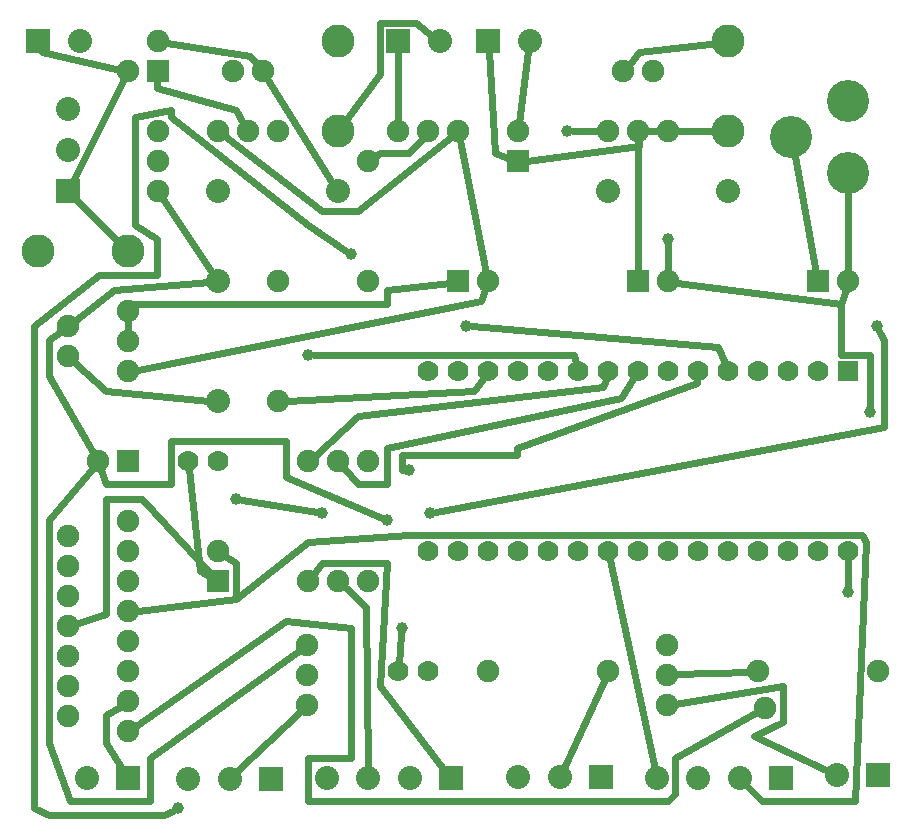
<source format=gbl>
G04 MADE WITH FRITZING*
G04 WWW.FRITZING.ORG*
G04 DOUBLE SIDED*
G04 HOLES PLATED*
G04 CONTOUR ON CENTER OF CONTOUR VECTOR*
%ASAXBY*%
%FSLAX23Y23*%
%MOIN*%
%OFA0B0*%
%SFA1.0B1.0*%
%ADD10C,0.039370*%
%ADD11C,0.075000*%
%ADD12C,0.110236*%
%ADD13C,0.074803*%
%ADD14C,0.080000*%
%ADD15C,0.082000*%
%ADD16C,0.140000*%
%ADD17C,0.070000*%
%ADD18R,0.075000X0.075000*%
%ADD19R,0.082000X0.082000*%
%ADD20R,0.080000X0.080000*%
%ADD21R,0.070000X0.069972*%
%ADD22C,0.024000*%
%LNCOPPER0*%
G90*
G70*
G54D10*
X1332Y652D03*
X1284Y1012D03*
X1020Y1564D03*
X780Y1084D03*
X1068Y1036D03*
X1356Y1180D03*
X2220Y1948D03*
X1884Y2308D03*
X2820Y772D03*
X2892Y1372D03*
X588Y52D03*
X1164Y1900D03*
X1548Y1660D03*
X2916Y1660D03*
X1428Y1036D03*
G54D11*
X1017Y597D03*
X1017Y497D03*
X1017Y397D03*
G54D12*
X2421Y2608D03*
X1121Y2608D03*
X121Y1908D03*
X421Y1908D03*
X1121Y2308D03*
X2421Y2308D03*
G54D13*
X2071Y2508D03*
X2171Y2508D03*
X2021Y2308D03*
X2121Y2308D03*
X2221Y2308D03*
G54D14*
X2021Y2108D03*
X2421Y2108D03*
G54D11*
X1721Y2208D03*
X1721Y2308D03*
X2721Y1808D03*
X2821Y1808D03*
G54D15*
X2421Y2608D03*
X2421Y2310D03*
G54D16*
X2821Y2168D03*
X2821Y2408D03*
X2631Y2288D03*
G54D14*
X1621Y2608D03*
X1759Y2608D03*
G54D11*
X1521Y2308D03*
X1421Y2308D03*
X1321Y2308D03*
G54D14*
X1321Y2608D03*
X1459Y2608D03*
G54D17*
X2821Y1508D03*
X2721Y1508D03*
X2621Y1508D03*
X2521Y1508D03*
X2421Y1508D03*
X2321Y1508D03*
X2221Y1508D03*
X2121Y1508D03*
X2021Y1508D03*
X1921Y1508D03*
X1821Y1508D03*
X1721Y1508D03*
X1621Y1508D03*
X1521Y1508D03*
X1421Y1508D03*
X2821Y908D03*
X2721Y908D03*
X2621Y908D03*
X2521Y908D03*
X2421Y908D03*
X2321Y908D03*
X2221Y908D03*
X2121Y908D03*
X2021Y908D03*
X1921Y908D03*
X1821Y908D03*
X1721Y908D03*
X1621Y908D03*
X1521Y908D03*
X1421Y908D03*
G54D11*
X1221Y1808D03*
X1221Y2208D03*
G54D15*
X121Y1908D03*
X419Y1908D03*
X1121Y2608D03*
X1121Y2310D03*
G54D13*
X221Y1558D03*
X221Y1658D03*
X421Y1508D03*
X421Y1608D03*
X421Y1708D03*
X771Y2508D03*
X871Y2508D03*
X721Y2308D03*
X821Y2308D03*
X921Y2308D03*
G54D14*
X721Y1408D03*
X721Y1808D03*
X721Y2108D03*
X1121Y2108D03*
G54D11*
X421Y1208D03*
X321Y1208D03*
X521Y2508D03*
X521Y2608D03*
X1521Y1808D03*
X1621Y1808D03*
X2121Y1808D03*
X2221Y1808D03*
G54D14*
X2596Y152D03*
X2459Y152D03*
X2321Y152D03*
X2183Y152D03*
X121Y2608D03*
X259Y2608D03*
G54D13*
X221Y358D03*
X221Y458D03*
X221Y558D03*
X221Y658D03*
X221Y758D03*
X221Y858D03*
X221Y958D03*
X421Y308D03*
X421Y408D03*
X421Y508D03*
X421Y608D03*
X421Y708D03*
X421Y808D03*
X421Y908D03*
X421Y1008D03*
G54D14*
X421Y152D03*
X283Y152D03*
G54D11*
X421Y2508D03*
X2542Y386D03*
X421Y2508D03*
X2542Y386D03*
G54D17*
X621Y1208D03*
X721Y1208D03*
G54D11*
X721Y808D03*
X721Y908D03*
X1221Y808D03*
X1221Y1208D03*
X1121Y808D03*
X1121Y1208D03*
X1021Y808D03*
X1021Y1208D03*
G54D14*
X1496Y152D03*
X1359Y152D03*
X1221Y152D03*
X1083Y152D03*
X1996Y157D03*
X1859Y157D03*
X1721Y157D03*
G54D11*
X2021Y508D03*
X1621Y508D03*
G54D17*
X1321Y508D03*
X1421Y508D03*
G54D11*
X521Y2108D03*
X521Y2208D03*
X521Y2308D03*
X2217Y597D03*
X2217Y497D03*
X2217Y397D03*
G54D14*
X2921Y162D03*
X2783Y162D03*
X221Y2108D03*
X221Y2245D03*
X221Y2383D03*
G54D11*
X921Y1408D03*
X921Y1808D03*
X2921Y508D03*
X2521Y508D03*
G54D14*
X896Y151D03*
X759Y151D03*
X621Y151D03*
G54D18*
X1721Y2208D03*
X2721Y1808D03*
G54D19*
X2421Y2609D03*
G54D20*
X1621Y2608D03*
X1321Y2608D03*
G54D21*
X2821Y1508D03*
G54D19*
X120Y1908D03*
X1121Y2609D03*
G54D18*
X421Y1208D03*
X521Y2508D03*
X1521Y1808D03*
X2121Y1808D03*
G54D20*
X2596Y152D03*
X121Y2608D03*
X421Y152D03*
G54D18*
X721Y808D03*
G54D20*
X1496Y152D03*
X1996Y157D03*
X2921Y162D03*
X221Y2108D03*
X896Y151D03*
G54D22*
X1148Y2345D02*
X1260Y2500D01*
X1260Y2500D02*
X1260Y2668D01*
X1260Y2668D02*
X1380Y2668D01*
X1380Y2668D02*
X1434Y2627D01*
D02*
X2245Y498D02*
X2492Y507D01*
D02*
X404Y178D02*
X348Y268D01*
D02*
X348Y268D02*
X348Y364D01*
D02*
X348Y364D02*
X393Y391D01*
D02*
X1872Y185D02*
X2009Y482D01*
D02*
X1402Y2286D02*
X1356Y2236D01*
X1356Y2236D02*
X1260Y2236D01*
X1260Y2236D02*
X1244Y2224D01*
D02*
X781Y173D02*
X996Y377D01*
D02*
X1603Y1484D02*
X1572Y1444D01*
X1572Y1444D02*
X949Y1409D01*
D02*
X1220Y183D02*
X1212Y724D01*
X1212Y724D02*
X1142Y788D01*
D02*
X2517Y372D02*
X2244Y220D01*
X2244Y220D02*
X2244Y100D01*
X2244Y100D02*
X2220Y76D01*
X2220Y76D02*
X1020Y76D01*
X1020Y76D02*
X1020Y220D01*
X1020Y220D02*
X1164Y220D01*
X1164Y220D02*
X1164Y652D01*
X1164Y652D02*
X948Y676D01*
D02*
X948Y676D02*
X448Y326D01*
D02*
X1321Y2576D02*
X1321Y2336D01*
D02*
X2245Y401D02*
X2604Y460D01*
X2604Y460D02*
X2604Y340D01*
X2604Y340D02*
X2508Y292D01*
X2508Y292D02*
X2755Y175D01*
D02*
X1492Y1804D02*
X1284Y1780D01*
X1284Y1780D02*
X1284Y1732D01*
X1284Y1732D02*
X444Y1732D01*
D02*
X444Y1732D02*
X443Y1731D01*
D02*
X2027Y879D02*
X2176Y182D01*
D02*
X1042Y1227D02*
X1188Y1360D01*
X1188Y1360D02*
X2004Y1456D01*
X2004Y1456D02*
X2012Y1480D01*
D02*
X1140Y1186D02*
X1188Y1132D01*
X1188Y1132D02*
X1284Y1132D01*
X1284Y1132D02*
X1284Y1252D01*
X1284Y1252D02*
X2064Y1420D01*
X2064Y1420D02*
X2105Y1483D01*
D02*
X2389Y2604D02*
X2124Y2572D01*
X2124Y2572D02*
X2092Y2533D01*
D02*
X1477Y176D02*
X1260Y460D01*
X1260Y460D02*
X1284Y868D01*
X1284Y868D02*
X1068Y868D01*
X1068Y868D02*
X1038Y830D01*
D02*
X690Y1411D02*
X348Y1444D01*
D02*
X348Y1444D02*
X245Y1536D01*
D02*
X1755Y2577D02*
X1724Y2336D01*
D02*
X2188Y2308D02*
X2154Y2308D01*
D02*
X2389Y2309D02*
X2254Y2308D01*
D02*
X1749Y2211D02*
X2124Y2260D01*
X2124Y2260D02*
X2123Y2275D01*
D02*
X1623Y2576D02*
X1644Y2236D01*
X1644Y2236D02*
X1694Y2217D01*
D02*
X518Y2479D02*
X516Y2452D01*
D02*
X516Y2452D02*
X780Y2380D01*
D02*
X780Y2380D02*
X805Y2336D01*
D02*
X130Y2578D02*
X132Y2572D01*
X132Y2572D02*
X393Y2514D01*
D02*
X235Y2135D02*
X408Y2482D01*
D02*
X396Y1930D02*
X243Y2085D01*
D02*
X2715Y1836D02*
X2642Y2227D01*
D02*
X2121Y1836D02*
X2121Y2275D01*
D02*
X696Y822D02*
X660Y844D01*
D02*
X660Y844D02*
X624Y1182D01*
D02*
X252Y668D02*
X348Y700D01*
D02*
X348Y700D02*
X348Y1084D01*
D02*
X348Y1084D02*
X468Y1084D01*
D02*
X468Y1084D02*
X701Y829D01*
D02*
X1323Y534D02*
X1331Y633D01*
D02*
X745Y892D02*
X780Y868D01*
D02*
X780Y868D02*
X780Y748D01*
D02*
X780Y748D02*
X453Y711D01*
D02*
X888Y2480D02*
X1104Y2134D01*
D02*
X549Y2603D02*
X828Y2560D01*
D02*
X828Y2560D02*
X850Y2533D01*
D02*
X2480Y129D02*
X2532Y76D01*
X2532Y76D02*
X2844Y76D01*
X2844Y76D02*
X2880Y940D01*
X2880Y940D02*
X2868Y964D01*
X2868Y964D02*
X1356Y964D01*
X1356Y964D02*
X1020Y940D01*
X1020Y940D02*
X780Y748D01*
D02*
X537Y2084D02*
X703Y1833D01*
D02*
X246Y1678D02*
X372Y1780D01*
D02*
X372Y1780D02*
X690Y1805D01*
D02*
X306Y1232D02*
X156Y1492D01*
X156Y1492D02*
X156Y1612D01*
X156Y1612D02*
X194Y1639D01*
D02*
X993Y580D02*
X492Y220D01*
D02*
X492Y220D02*
X492Y76D01*
D02*
X492Y76D02*
X228Y76D01*
D02*
X228Y76D02*
X156Y268D01*
X156Y268D02*
X156Y1012D01*
X156Y1012D02*
X302Y1186D01*
D02*
X1267Y1019D02*
X948Y1156D01*
D02*
X948Y1156D02*
X948Y1276D01*
D02*
X948Y1276D02*
X564Y1276D01*
D02*
X564Y1276D02*
X564Y1132D01*
D02*
X564Y1132D02*
X348Y1132D01*
D02*
X348Y1132D02*
X330Y1181D01*
D02*
X1039Y1564D02*
X1908Y1564D01*
X1908Y1564D02*
X1914Y1536D01*
D02*
X799Y1081D02*
X1049Y1039D01*
D02*
X1337Y1180D02*
X1332Y1180D01*
X1332Y1180D02*
X1332Y1228D01*
X1332Y1228D02*
X1716Y1228D01*
X1716Y1228D02*
X1716Y1252D01*
X1716Y1252D02*
X2316Y1468D01*
X2316Y1468D02*
X2317Y1479D01*
D02*
X2821Y2106D02*
X2821Y1836D01*
D02*
X2249Y1804D02*
X2796Y1732D01*
X2796Y1732D02*
X2812Y1780D01*
D02*
X2220Y1929D02*
X2221Y1836D01*
D02*
X1903Y2308D02*
X1988Y2308D01*
D02*
X1615Y1836D02*
X1526Y2279D01*
D02*
X747Y2288D02*
X1068Y2044D01*
X1068Y2044D02*
X1188Y2044D01*
X1188Y2044D02*
X1498Y2290D01*
D02*
X453Y1514D02*
X1596Y1744D01*
X1596Y1744D02*
X1610Y1781D01*
D02*
X2821Y878D02*
X2820Y791D01*
D02*
X2892Y1391D02*
X2892Y1564D01*
X2892Y1564D02*
X2796Y1564D01*
X2796Y1564D02*
X2796Y1732D01*
X2796Y1732D02*
X2812Y1780D01*
D02*
X571Y43D02*
X540Y28D01*
D02*
X540Y28D02*
X156Y28D01*
D02*
X156Y28D02*
X108Y52D01*
X108Y52D02*
X108Y1660D01*
X108Y1660D02*
X324Y1828D01*
D02*
X324Y1828D02*
X516Y1828D01*
D02*
X516Y1828D02*
X516Y1948D01*
D02*
X516Y1948D02*
X444Y1996D01*
D02*
X444Y1996D02*
X444Y2356D01*
D02*
X444Y2356D02*
X564Y2380D01*
D02*
X564Y2380D02*
X564Y2356D01*
D02*
X564Y2356D02*
X1020Y1996D01*
X1020Y1996D02*
X1148Y1910D01*
D02*
X1567Y1658D02*
X2388Y1588D01*
X2388Y1588D02*
X2410Y1535D01*
D02*
X2924Y1643D02*
X2940Y1612D01*
X2940Y1612D02*
X2940Y1324D01*
X2940Y1324D02*
X1447Y1040D01*
D02*
X421Y1640D02*
X421Y1675D01*
G04 End of Copper0*
M02*
</source>
